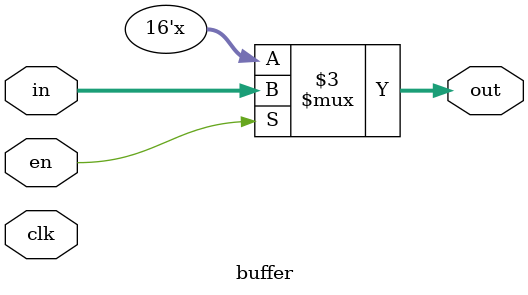
<source format=v>
module buffer(input [15:0] in, 
              input en, clk,
              output reg [15:0] out);
    
    always @(*) begin
        if(en)
            out <= in;
        else
            out <= 16'bx; // high impedence output to not interfere with bus
    end

endmodule
</source>
